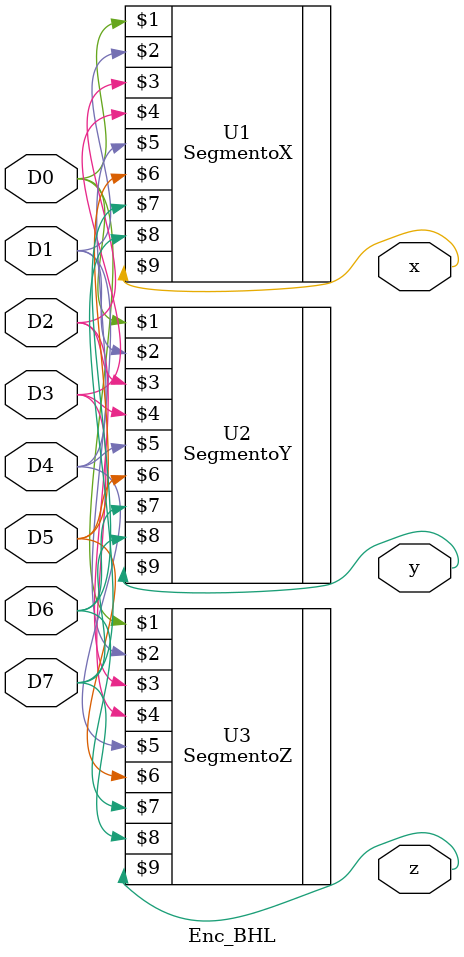
<source format=sv>

module Enc_BHL (D0,D1,D2,D3,D4,D5,D6,D7,x,y,z);
  input D0,D1,D2,D3,D4,D5,D6,D7;
  output x,y,z;

  SegmentoX U1 (D0,D1,D2,D3,D4,D5,D6,D7,x);
  SegmentoY U2 (D0,D1,D2,D3,D4,D5,D6,D7,y);
  SegmentoZ U3 (D0,D1,D2,D3,D4,D5,D6,D7,z);




endmodule
</source>
